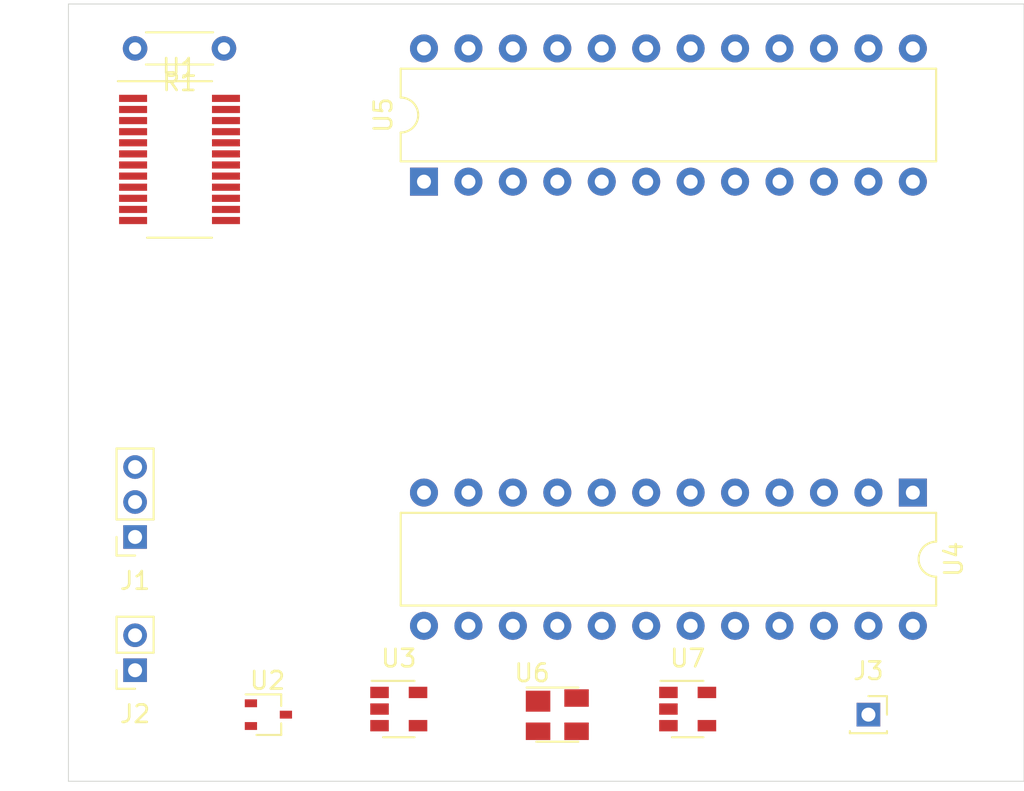
<source format=kicad_pcb>
(kicad_pcb (version 20171130) (host pcbnew "(5.1.6)-1")

  (general
    (thickness 1.6)
    (drawings 4)
    (tracks 0)
    (zones 0)
    (modules 11)
    (nets 48)
  )

  (page A4)
  (layers
    (0 F.Cu signal)
    (31 B.Cu signal)
    (32 B.Adhes user)
    (33 F.Adhes user)
    (34 B.Paste user)
    (35 F.Paste user)
    (36 B.SilkS user)
    (37 F.SilkS user)
    (38 B.Mask user)
    (39 F.Mask user)
    (40 Dwgs.User user)
    (41 Cmts.User user)
    (42 Eco1.User user)
    (43 Eco2.User user)
    (44 Edge.Cuts user)
    (45 Margin user)
    (46 B.CrtYd user)
    (47 F.CrtYd user)
    (48 B.Fab user)
    (49 F.Fab user)
  )

  (setup
    (last_trace_width 0.25)
    (trace_clearance 0.2)
    (zone_clearance 0.508)
    (zone_45_only no)
    (trace_min 0.2)
    (via_size 0.8)
    (via_drill 0.4)
    (via_min_size 0.4)
    (via_min_drill 0.3)
    (uvia_size 0.3)
    (uvia_drill 0.1)
    (uvias_allowed no)
    (uvia_min_size 0.2)
    (uvia_min_drill 0.1)
    (edge_width 0.05)
    (segment_width 0.2)
    (pcb_text_width 0.3)
    (pcb_text_size 1.5 1.5)
    (mod_edge_width 0.12)
    (mod_text_size 1 1)
    (mod_text_width 0.15)
    (pad_size 1.524 1.524)
    (pad_drill 0.762)
    (pad_to_mask_clearance 0.05)
    (aux_axis_origin 0 0)
    (visible_elements FFFFFF7F)
    (pcbplotparams
      (layerselection 0x010fc_ffffffff)
      (usegerberextensions false)
      (usegerberattributes true)
      (usegerberadvancedattributes true)
      (creategerberjobfile true)
      (excludeedgelayer true)
      (linewidth 0.100000)
      (plotframeref false)
      (viasonmask false)
      (mode 1)
      (useauxorigin false)
      (hpglpennumber 1)
      (hpglpenspeed 20)
      (hpglpendiameter 15.000000)
      (psnegative false)
      (psa4output false)
      (plotreference true)
      (plotvalue true)
      (plotinvisibletext false)
      (padsonsilk false)
      (subtractmaskfromsilk false)
      (outputformat 1)
      (mirror false)
      (drillshape 1)
      (scaleselection 1)
      (outputdirectory ""))
  )

  (net 0 "")
  (net 1 /LCK)
  (net 2 /SCL)
  (net 3 /SDA)
  (net 4 GND)
  (net 5 VCC)
  (net 6 /OUT)
  (net 7 "Net-(R1-Pad1)")
  (net 8 "Net-(U1-Pad17)")
  (net 9 "Net-(U1-Pad18)")
  (net 10 "Net-(U1-Pad8)")
  (net 11 "Net-(U1-Pad7)")
  (net 12 "Net-(U1-Pad20)")
  (net 13 "Net-(U1-Pad19)")
  (net 14 "Net-(U1-Pad6)")
  (net 15 "Net-(U1-Pad5)")
  (net 16 "Net-(U1-Pad4)")
  (net 17 "Net-(U1-Pad9)")
  (net 18 "Net-(U1-Pad10)")
  (net 19 "Net-(U1-Pad11)")
  (net 20 "Net-(U1-Pad12)")
  (net 21 "Net-(U1-Pad13)")
  (net 22 "Net-(U1-Pad14)")
  (net 23 "Net-(U1-Pad15)")
  (net 24 "Net-(U1-Pad16)")
  (net 25 "Net-(U1-Pad21)")
  (net 26 "Net-(U1-Pad22)")
  (net 27 "Net-(U2-Pad2)")
  (net 28 "Net-(U3-Pad4)")
  (net 29 "Net-(U3-Pad2)")
  (net 30 "Net-(U4-Pad14)")
  (net 31 "Net-(U4-Pad15)")
  (net 32 "Net-(U4-Pad16)")
  (net 33 "Net-(U4-Pad17)")
  (net 34 "Net-(U4-Pad18)")
  (net 35 "Net-(U4-Pad19)")
  (net 36 "Net-(U4-Pad20)")
  (net 37 "Net-(U4-Pad21)")
  (net 38 "Net-(U4-Pad22)")
  (net 39 "Net-(U5-Pad22)")
  (net 40 "Net-(U5-Pad21)")
  (net 41 "Net-(U5-Pad20)")
  (net 42 "Net-(U5-Pad19)")
  (net 43 "Net-(U5-Pad18)")
  (net 44 "Net-(U5-Pad17)")
  (net 45 "Net-(U5-Pad16)")
  (net 46 "Net-(U5-Pad15)")
  (net 47 "Net-(U6-Pad4)")

  (net_class Default "This is the default net class."
    (clearance 0.2)
    (trace_width 0.25)
    (via_dia 0.8)
    (via_drill 0.4)
    (uvia_dia 0.3)
    (uvia_drill 0.1)
    (add_net /LCK)
    (add_net /OUT)
    (add_net /SCL)
    (add_net /SDA)
    (add_net GND)
    (add_net "Net-(R1-Pad1)")
    (add_net "Net-(U1-Pad10)")
    (add_net "Net-(U1-Pad11)")
    (add_net "Net-(U1-Pad12)")
    (add_net "Net-(U1-Pad13)")
    (add_net "Net-(U1-Pad14)")
    (add_net "Net-(U1-Pad15)")
    (add_net "Net-(U1-Pad16)")
    (add_net "Net-(U1-Pad17)")
    (add_net "Net-(U1-Pad18)")
    (add_net "Net-(U1-Pad19)")
    (add_net "Net-(U1-Pad20)")
    (add_net "Net-(U1-Pad21)")
    (add_net "Net-(U1-Pad22)")
    (add_net "Net-(U1-Pad4)")
    (add_net "Net-(U1-Pad5)")
    (add_net "Net-(U1-Pad6)")
    (add_net "Net-(U1-Pad7)")
    (add_net "Net-(U1-Pad8)")
    (add_net "Net-(U1-Pad9)")
    (add_net "Net-(U2-Pad2)")
    (add_net "Net-(U3-Pad2)")
    (add_net "Net-(U3-Pad4)")
    (add_net "Net-(U4-Pad14)")
    (add_net "Net-(U4-Pad15)")
    (add_net "Net-(U4-Pad16)")
    (add_net "Net-(U4-Pad17)")
    (add_net "Net-(U4-Pad18)")
    (add_net "Net-(U4-Pad19)")
    (add_net "Net-(U4-Pad20)")
    (add_net "Net-(U4-Pad21)")
    (add_net "Net-(U4-Pad22)")
    (add_net "Net-(U5-Pad15)")
    (add_net "Net-(U5-Pad16)")
    (add_net "Net-(U5-Pad17)")
    (add_net "Net-(U5-Pad18)")
    (add_net "Net-(U5-Pad19)")
    (add_net "Net-(U5-Pad20)")
    (add_net "Net-(U5-Pad21)")
    (add_net "Net-(U5-Pad22)")
    (add_net "Net-(U6-Pad4)")
    (add_net VCC)
  )

  (module Connector_PinSocket_2.00mm:PinSocket_1x03_P2.00mm_Vertical (layer F.Cu) (tedit 5A19A42B) (tstamp 5F1D41C4)
    (at 139.7 91.44 180)
    (descr "Through hole straight socket strip, 1x03, 2.00mm pitch, single row (from Kicad 4.0.7), script generated")
    (tags "Through hole socket strip THT 1x03 2.00mm single row")
    (path /5F1A9676)
    (fp_text reference J1 (at 0 -2.5) (layer F.SilkS)
      (effects (font (size 1 1) (thickness 0.15)))
    )
    (fp_text value Conn_01x03_Female (at 0 6.5) (layer F.Fab)
      (effects (font (size 1 1) (thickness 0.15)))
    )
    (fp_line (start -1.5 5.5) (end -1.5 -1.5) (layer F.CrtYd) (width 0.05))
    (fp_line (start 1.5 5.5) (end -1.5 5.5) (layer F.CrtYd) (width 0.05))
    (fp_line (start 1.5 -1.5) (end 1.5 5.5) (layer F.CrtYd) (width 0.05))
    (fp_line (start -1.5 -1.5) (end 1.5 -1.5) (layer F.CrtYd) (width 0.05))
    (fp_line (start 0 -1.06) (end 1.06 -1.06) (layer F.SilkS) (width 0.12))
    (fp_line (start 1.06 -1.06) (end 1.06 0) (layer F.SilkS) (width 0.12))
    (fp_line (start 1.06 1) (end 1.06 5.06) (layer F.SilkS) (width 0.12))
    (fp_line (start -1.06 5.06) (end 1.06 5.06) (layer F.SilkS) (width 0.12))
    (fp_line (start -1.06 1) (end -1.06 5.06) (layer F.SilkS) (width 0.12))
    (fp_line (start -1.06 1) (end 1.06 1) (layer F.SilkS) (width 0.12))
    (fp_line (start -1 5) (end -1 -1) (layer F.Fab) (width 0.1))
    (fp_line (start 1 5) (end -1 5) (layer F.Fab) (width 0.1))
    (fp_line (start 1 -0.5) (end 1 5) (layer F.Fab) (width 0.1))
    (fp_line (start 0.5 -1) (end 1 -0.5) (layer F.Fab) (width 0.1))
    (fp_line (start -1 -1) (end 0.5 -1) (layer F.Fab) (width 0.1))
    (fp_text user %R (at 0 2 90) (layer F.Fab)
      (effects (font (size 1 1) (thickness 0.15)))
    )
    (pad 1 thru_hole rect (at 0 0 180) (size 1.35 1.35) (drill 0.8) (layers *.Cu *.Mask)
      (net 1 /LCK))
    (pad 2 thru_hole oval (at 0 2 180) (size 1.35 1.35) (drill 0.8) (layers *.Cu *.Mask)
      (net 2 /SCL))
    (pad 3 thru_hole oval (at 0 4 180) (size 1.35 1.35) (drill 0.8) (layers *.Cu *.Mask)
      (net 3 /SDA))
    (model ${KISYS3DMOD}/Connector_PinSocket_2.00mm.3dshapes/PinSocket_1x03_P2.00mm_Vertical.wrl
      (at (xyz 0 0 0))
      (scale (xyz 1 1 1))
      (rotate (xyz 0 0 0))
    )
  )

  (module Connector_PinSocket_2.00mm:PinSocket_1x02_P2.00mm_Vertical (layer F.Cu) (tedit 5A19A42F) (tstamp 5F1D41DA)
    (at 139.7 99.06 180)
    (descr "Through hole straight socket strip, 1x02, 2.00mm pitch, single row (from Kicad 4.0.7), script generated")
    (tags "Through hole socket strip THT 1x02 2.00mm single row")
    (path /5F1A2882)
    (fp_text reference J2 (at 0 -2.5) (layer F.SilkS)
      (effects (font (size 1 1) (thickness 0.15)))
    )
    (fp_text value Conn_01x02_Female (at 0 4.5) (layer F.Fab)
      (effects (font (size 1 1) (thickness 0.15)))
    )
    (fp_line (start -1.5 3.5) (end -1.5 -1.5) (layer F.CrtYd) (width 0.05))
    (fp_line (start 1.5 3.5) (end -1.5 3.5) (layer F.CrtYd) (width 0.05))
    (fp_line (start 1.5 -1.5) (end 1.5 3.5) (layer F.CrtYd) (width 0.05))
    (fp_line (start -1.5 -1.5) (end 1.5 -1.5) (layer F.CrtYd) (width 0.05))
    (fp_line (start 0 -1.06) (end 1.06 -1.06) (layer F.SilkS) (width 0.12))
    (fp_line (start 1.06 -1.06) (end 1.06 0) (layer F.SilkS) (width 0.12))
    (fp_line (start 1.06 1) (end 1.06 3.06) (layer F.SilkS) (width 0.12))
    (fp_line (start -1.06 3.06) (end 1.06 3.06) (layer F.SilkS) (width 0.12))
    (fp_line (start -1.06 1) (end -1.06 3.06) (layer F.SilkS) (width 0.12))
    (fp_line (start -1.06 1) (end 1.06 1) (layer F.SilkS) (width 0.12))
    (fp_line (start -1 3) (end -1 -1) (layer F.Fab) (width 0.1))
    (fp_line (start 1 3) (end -1 3) (layer F.Fab) (width 0.1))
    (fp_line (start 1 -0.5) (end 1 3) (layer F.Fab) (width 0.1))
    (fp_line (start 0.5 -1) (end 1 -0.5) (layer F.Fab) (width 0.1))
    (fp_line (start -1 -1) (end 0.5 -1) (layer F.Fab) (width 0.1))
    (fp_text user %R (at 0 1 90) (layer F.Fab)
      (effects (font (size 1 1) (thickness 0.15)))
    )
    (pad 1 thru_hole rect (at 0 0 180) (size 1.35 1.35) (drill 0.8) (layers *.Cu *.Mask)
      (net 4 GND))
    (pad 2 thru_hole oval (at 0 2 180) (size 1.35 1.35) (drill 0.8) (layers *.Cu *.Mask)
      (net 5 VCC))
    (model ${KISYS3DMOD}/Connector_PinSocket_2.00mm.3dshapes/PinSocket_1x02_P2.00mm_Vertical.wrl
      (at (xyz 0 0 0))
      (scale (xyz 1 1 1))
      (rotate (xyz 0 0 0))
    )
  )

  (module Connector_PinSocket_2.00mm:PinSocket_1x01_P2.00mm_Vertical (layer F.Cu) (tedit 5A19A430) (tstamp 5F1D41EE)
    (at 181.61 101.6)
    (descr "Through hole straight socket strip, 1x01, 2.00mm pitch, single row (from Kicad 4.0.7), script generated")
    (tags "Through hole socket strip THT 1x01 2.00mm single row")
    (path /5F1ADB6B)
    (fp_text reference J3 (at 0 -2.5) (layer F.SilkS)
      (effects (font (size 1 1) (thickness 0.15)))
    )
    (fp_text value Conn_01x01_Female (at 0 2.5) (layer F.Fab)
      (effects (font (size 1 1) (thickness 0.15)))
    )
    (fp_line (start -1.5 1.5) (end -1.5 -1.5) (layer F.CrtYd) (width 0.05))
    (fp_line (start 1.5 1.5) (end -1.5 1.5) (layer F.CrtYd) (width 0.05))
    (fp_line (start 1.5 -1.5) (end 1.5 1.5) (layer F.CrtYd) (width 0.05))
    (fp_line (start -1.5 -1.5) (end 1.5 -1.5) (layer F.CrtYd) (width 0.05))
    (fp_line (start 0 -1.06) (end 1.06 -1.06) (layer F.SilkS) (width 0.12))
    (fp_line (start 1.06 -1.06) (end 1.06 0) (layer F.SilkS) (width 0.12))
    (fp_line (start 1.06 0.94) (end 1.06 1.06) (layer F.SilkS) (width 0.12))
    (fp_line (start -1.06 0.94) (end -1.06 1.06) (layer F.SilkS) (width 0.12))
    (fp_line (start -1.06 1.06) (end 1.06 1.06) (layer F.SilkS) (width 0.12))
    (fp_line (start -1 1) (end -1 -1) (layer F.Fab) (width 0.1))
    (fp_line (start 1 1) (end -1 1) (layer F.Fab) (width 0.1))
    (fp_line (start 1 -0.5) (end 1 1) (layer F.Fab) (width 0.1))
    (fp_line (start 0.5 -1) (end 1 -0.5) (layer F.Fab) (width 0.1))
    (fp_line (start -1 -1) (end 0.5 -1) (layer F.Fab) (width 0.1))
    (fp_text user %R (at 0 0) (layer F.Fab)
      (effects (font (size 1 1) (thickness 0.15)))
    )
    (pad 1 thru_hole rect (at 0 0) (size 1.35 1.35) (drill 0.8) (layers *.Cu *.Mask)
      (net 6 /OUT))
    (model ${KISYS3DMOD}/Connector_PinSocket_2.00mm.3dshapes/PinSocket_1x01_P2.00mm_Vertical.wrl
      (at (xyz 0 0 0))
      (scale (xyz 1 1 1))
      (rotate (xyz 0 0 0))
    )
  )

  (module Resistor_THT:R_Axial_DIN0204_L3.6mm_D1.6mm_P5.08mm_Horizontal (layer F.Cu) (tedit 5AE5139B) (tstamp 5F1D4201)
    (at 144.78 63.5 180)
    (descr "Resistor, Axial_DIN0204 series, Axial, Horizontal, pin pitch=5.08mm, 0.167W, length*diameter=3.6*1.6mm^2, http://cdn-reichelt.de/documents/datenblatt/B400/1_4W%23YAG.pdf")
    (tags "Resistor Axial_DIN0204 series Axial Horizontal pin pitch 5.08mm 0.167W length 3.6mm diameter 1.6mm")
    (path /5F275882)
    (fp_text reference R1 (at 2.54 -1.92) (layer F.SilkS)
      (effects (font (size 1 1) (thickness 0.15)))
    )
    (fp_text value 1K (at 2.54 1.92) (layer F.Fab)
      (effects (font (size 1 1) (thickness 0.15)))
    )
    (fp_line (start 6.03 -1.05) (end -0.95 -1.05) (layer F.CrtYd) (width 0.05))
    (fp_line (start 6.03 1.05) (end 6.03 -1.05) (layer F.CrtYd) (width 0.05))
    (fp_line (start -0.95 1.05) (end 6.03 1.05) (layer F.CrtYd) (width 0.05))
    (fp_line (start -0.95 -1.05) (end -0.95 1.05) (layer F.CrtYd) (width 0.05))
    (fp_line (start 0.62 0.92) (end 4.46 0.92) (layer F.SilkS) (width 0.12))
    (fp_line (start 0.62 -0.92) (end 4.46 -0.92) (layer F.SilkS) (width 0.12))
    (fp_line (start 5.08 0) (end 4.34 0) (layer F.Fab) (width 0.1))
    (fp_line (start 0 0) (end 0.74 0) (layer F.Fab) (width 0.1))
    (fp_line (start 4.34 -0.8) (end 0.74 -0.8) (layer F.Fab) (width 0.1))
    (fp_line (start 4.34 0.8) (end 4.34 -0.8) (layer F.Fab) (width 0.1))
    (fp_line (start 0.74 0.8) (end 4.34 0.8) (layer F.Fab) (width 0.1))
    (fp_line (start 0.74 -0.8) (end 0.74 0.8) (layer F.Fab) (width 0.1))
    (fp_text user %R (at 2.54 0) (layer F.Fab)
      (effects (font (size 0.72 0.72) (thickness 0.108)))
    )
    (pad 1 thru_hole circle (at 0 0 180) (size 1.4 1.4) (drill 0.7) (layers *.Cu *.Mask)
      (net 7 "Net-(R1-Pad1)"))
    (pad 2 thru_hole oval (at 5.08 0 180) (size 1.4 1.4) (drill 0.7) (layers *.Cu *.Mask)
      (net 4 GND))
    (model ${KISYS3DMOD}/Resistor_THT.3dshapes/R_Axial_DIN0204_L3.6mm_D1.6mm_P5.08mm_Horizontal.wrl
      (at (xyz 0 0 0))
      (scale (xyz 1 1 1))
      (rotate (xyz 0 0 0))
    )
  )

  (module Package_SO:QSOP-24_3.9x8.7mm_P0.635mm (layer F.Cu) (tedit 5A0BBDC2) (tstamp 5F1D4229)
    (at 142.24 69.85)
    (descr "24-Lead Plastic Shrink Small Outline Narrow Body (QR)-.150\" Body [QSOP] (see Microchip Packaging Specification 00000049CH.pdf)")
    (tags "QSOP 0.635")
    (path /5F173294)
    (attr smd)
    (fp_text reference U1 (at 0 -5.25) (layer F.SilkS)
      (effects (font (size 1 1) (thickness 0.15)))
    )
    (fp_text value STP16CP05 (at 0 5.3) (layer F.Fab)
      (effects (font (size 1 1) (thickness 0.15)))
    )
    (fp_line (start -3.525 -4.475) (end 1.8586 -4.475) (layer F.SilkS) (width 0.12))
    (fp_line (start -1.8543 4.475) (end 1.8543 4.475) (layer F.SilkS) (width 0.12))
    (fp_line (start -3.71 4.6) (end 3.7 4.6) (layer F.CrtYd) (width 0.05))
    (fp_line (start -3.71 -4.6) (end 3.7 -4.6) (layer F.CrtYd) (width 0.05))
    (fp_line (start 3.7 -4.6) (end 3.7 4.6) (layer F.CrtYd) (width 0.05))
    (fp_line (start -3.71 -4.6) (end -3.71 4.6) (layer F.CrtYd) (width 0.05))
    (fp_line (start -1.95 -3.35) (end -0.95 -4.35) (layer F.Fab) (width 0.1))
    (fp_line (start -1.95 4.35) (end -1.95 -3.35) (layer F.Fab) (width 0.1))
    (fp_line (start 1.95 4.35) (end -1.95 4.35) (layer F.Fab) (width 0.1))
    (fp_line (start 1.95 -4.35) (end 1.95 4.35) (layer F.Fab) (width 0.1))
    (fp_line (start -0.95 -4.35) (end 1.95 -4.35) (layer F.Fab) (width 0.1))
    (fp_text user %R (at 0 0) (layer F.Fab)
      (effects (font (size 0.8 0.8) (thickness 0.08)))
    )
    (pad 17 smd rect (at 2.6543 0.9525) (size 1.6 0.41) (layers F.Cu F.Paste F.Mask)
      (net 8 "Net-(U1-Pad17)"))
    (pad 18 smd rect (at 2.6543 0.3175) (size 1.6 0.41) (layers F.Cu F.Paste F.Mask)
      (net 9 "Net-(U1-Pad18)"))
    (pad 8 smd rect (at -2.6543 0.9525) (size 1.6 0.41) (layers F.Cu F.Paste F.Mask)
      (net 10 "Net-(U1-Pad8)"))
    (pad 7 smd rect (at -2.6543 0.3175) (size 1.6 0.41) (layers F.Cu F.Paste F.Mask)
      (net 11 "Net-(U1-Pad7)"))
    (pad 20 smd rect (at 2.6543 -0.9525) (size 1.6 0.41) (layers F.Cu F.Paste F.Mask)
      (net 12 "Net-(U1-Pad20)"))
    (pad 19 smd rect (at 2.6543 -0.3175) (size 1.6 0.41) (layers F.Cu F.Paste F.Mask)
      (net 13 "Net-(U1-Pad19)"))
    (pad 6 smd rect (at -2.6543 -0.3175) (size 1.6 0.41) (layers F.Cu F.Paste F.Mask)
      (net 14 "Net-(U1-Pad6)"))
    (pad 5 smd rect (at -2.6543 -0.9525) (size 1.6 0.41) (layers F.Cu F.Paste F.Mask)
      (net 15 "Net-(U1-Pad5)"))
    (pad 1 smd rect (at -2.6543 -3.4925) (size 1.6 0.41) (layers F.Cu F.Paste F.Mask)
      (net 4 GND))
    (pad 2 smd rect (at -2.6543 -2.8575) (size 1.6 0.41) (layers F.Cu F.Paste F.Mask)
      (net 3 /SDA))
    (pad 3 smd rect (at -2.6543 -2.2225) (size 1.6 0.41) (layers F.Cu F.Paste F.Mask)
      (net 2 /SCL))
    (pad 4 smd rect (at -2.6543 -1.5875) (size 1.6 0.41) (layers F.Cu F.Paste F.Mask)
      (net 16 "Net-(U1-Pad4)"))
    (pad 9 smd rect (at -2.6543 1.5875) (size 1.6 0.41) (layers F.Cu F.Paste F.Mask)
      (net 17 "Net-(U1-Pad9)"))
    (pad 10 smd rect (at -2.6543 2.2225) (size 1.6 0.41) (layers F.Cu F.Paste F.Mask)
      (net 18 "Net-(U1-Pad10)"))
    (pad 11 smd rect (at -2.6543 2.8575) (size 1.6 0.41) (layers F.Cu F.Paste F.Mask)
      (net 19 "Net-(U1-Pad11)"))
    (pad 12 smd rect (at -2.6543 3.4925) (size 1.6 0.41) (layers F.Cu F.Paste F.Mask)
      (net 20 "Net-(U1-Pad12)"))
    (pad 13 smd rect (at 2.6543 3.4925) (size 1.6 0.41) (layers F.Cu F.Paste F.Mask)
      (net 21 "Net-(U1-Pad13)"))
    (pad 14 smd rect (at 2.6543 2.8575) (size 1.6 0.41) (layers F.Cu F.Paste F.Mask)
      (net 22 "Net-(U1-Pad14)"))
    (pad 15 smd rect (at 2.6543 2.2225) (size 1.6 0.41) (layers F.Cu F.Paste F.Mask)
      (net 23 "Net-(U1-Pad15)"))
    (pad 16 smd rect (at 2.6543 1.5875) (size 1.6 0.41) (layers F.Cu F.Paste F.Mask)
      (net 24 "Net-(U1-Pad16)"))
    (pad 21 smd rect (at 2.6543 -1.5875) (size 1.6 0.41) (layers F.Cu F.Paste F.Mask)
      (net 25 "Net-(U1-Pad21)"))
    (pad 22 smd rect (at 2.6543 -2.2225) (size 1.6 0.41) (layers F.Cu F.Paste F.Mask)
      (net 26 "Net-(U1-Pad22)"))
    (pad 23 smd rect (at 2.6543 -2.8575) (size 1.6 0.41) (layers F.Cu F.Paste F.Mask)
      (net 7 "Net-(R1-Pad1)"))
    (pad 24 smd rect (at 2.6543 -3.4925) (size 1.6 0.41) (layers F.Cu F.Paste F.Mask)
      (net 5 VCC))
    (model ${KISYS3DMOD}/Package_SO.3dshapes/QSOP-24_3.9x8.7mm_P0.635mm.wrl
      (at (xyz 0 0 0))
      (scale (xyz 1 1 1))
      (rotate (xyz 0 0 0))
    )
  )

  (module Package_TO_SOT_SMD:SOT-323_SC-70 (layer F.Cu) (tedit 5A02FF57) (tstamp 5F1D423E)
    (at 147.32 101.6)
    (descr "SOT-323, SC-70")
    (tags "SOT-323 SC-70")
    (path /5F196CE0)
    (attr smd)
    (fp_text reference U2 (at -0.05 -1.95) (layer F.SilkS)
      (effects (font (size 1 1) (thickness 0.15)))
    )
    (fp_text value MAX7375AXR105 (at -0.05 2.05) (layer F.Fab)
      (effects (font (size 1 1) (thickness 0.15)))
    )
    (fp_text user %R (at 0 0 90) (layer F.Fab)
      (effects (font (size 0.5 0.5) (thickness 0.075)))
    )
    (fp_line (start 0.73 0.5) (end 0.73 1.16) (layer F.SilkS) (width 0.12))
    (fp_line (start 0.73 -1.16) (end 0.73 -0.5) (layer F.SilkS) (width 0.12))
    (fp_line (start 1.7 1.3) (end -1.7 1.3) (layer F.CrtYd) (width 0.05))
    (fp_line (start 1.7 -1.3) (end 1.7 1.3) (layer F.CrtYd) (width 0.05))
    (fp_line (start -1.7 -1.3) (end 1.7 -1.3) (layer F.CrtYd) (width 0.05))
    (fp_line (start -1.7 1.3) (end -1.7 -1.3) (layer F.CrtYd) (width 0.05))
    (fp_line (start 0.73 -1.16) (end -1.3 -1.16) (layer F.SilkS) (width 0.12))
    (fp_line (start -0.68 1.16) (end 0.73 1.16) (layer F.SilkS) (width 0.12))
    (fp_line (start 0.67 -1.1) (end -0.18 -1.1) (layer F.Fab) (width 0.1))
    (fp_line (start -0.68 -0.6) (end -0.68 1.1) (layer F.Fab) (width 0.1))
    (fp_line (start 0.67 -1.1) (end 0.67 1.1) (layer F.Fab) (width 0.1))
    (fp_line (start 0.67 1.1) (end -0.68 1.1) (layer F.Fab) (width 0.1))
    (fp_line (start -0.18 -1.1) (end -0.68 -0.6) (layer F.Fab) (width 0.1))
    (pad 3 smd rect (at 1 0 270) (size 0.45 0.7) (layers F.Cu F.Paste F.Mask)
      (net 4 GND))
    (pad 2 smd rect (at -1 0.65 270) (size 0.45 0.7) (layers F.Cu F.Paste F.Mask)
      (net 27 "Net-(U2-Pad2)"))
    (pad 1 smd rect (at -1 -0.65 270) (size 0.45 0.7) (layers F.Cu F.Paste F.Mask)
      (net 5 VCC))
    (model ${KISYS3DMOD}/Package_TO_SOT_SMD.3dshapes/SOT-323_SC-70.wrl
      (at (xyz 0 0 0))
      (scale (xyz 1 1 1))
      (rotate (xyz 0 0 0))
    )
  )

  (module Package_TO_SOT_SMD:SOT-23-5 (layer F.Cu) (tedit 5A02FF57) (tstamp 5F1D4253)
    (at 154.77 101.28)
    (descr "5-pin SOT23 package")
    (tags SOT-23-5)
    (path /5F273562)
    (attr smd)
    (fp_text reference U3 (at 0 -2.9) (layer F.SilkS)
      (effects (font (size 1 1) (thickness 0.15)))
    )
    (fp_text value 74AHC1G02 (at 0 2.9) (layer F.Fab)
      (effects (font (size 1 1) (thickness 0.15)))
    )
    (fp_text user %R (at 0 0 90) (layer F.Fab)
      (effects (font (size 0.5 0.5) (thickness 0.075)))
    )
    (fp_line (start -0.9 1.61) (end 0.9 1.61) (layer F.SilkS) (width 0.12))
    (fp_line (start 0.9 -1.61) (end -1.55 -1.61) (layer F.SilkS) (width 0.12))
    (fp_line (start -1.9 -1.8) (end 1.9 -1.8) (layer F.CrtYd) (width 0.05))
    (fp_line (start 1.9 -1.8) (end 1.9 1.8) (layer F.CrtYd) (width 0.05))
    (fp_line (start 1.9 1.8) (end -1.9 1.8) (layer F.CrtYd) (width 0.05))
    (fp_line (start -1.9 1.8) (end -1.9 -1.8) (layer F.CrtYd) (width 0.05))
    (fp_line (start -0.9 -0.9) (end -0.25 -1.55) (layer F.Fab) (width 0.1))
    (fp_line (start 0.9 -1.55) (end -0.25 -1.55) (layer F.Fab) (width 0.1))
    (fp_line (start -0.9 -0.9) (end -0.9 1.55) (layer F.Fab) (width 0.1))
    (fp_line (start 0.9 1.55) (end -0.9 1.55) (layer F.Fab) (width 0.1))
    (fp_line (start 0.9 -1.55) (end 0.9 1.55) (layer F.Fab) (width 0.1))
    (pad 5 smd rect (at 1.1 -0.95) (size 1.06 0.65) (layers F.Cu F.Paste F.Mask)
      (net 5 VCC))
    (pad 4 smd rect (at 1.1 0.95) (size 1.06 0.65) (layers F.Cu F.Paste F.Mask)
      (net 28 "Net-(U3-Pad4)"))
    (pad 3 smd rect (at -1.1 0.95) (size 1.06 0.65) (layers F.Cu F.Paste F.Mask)
      (net 4 GND))
    (pad 2 smd rect (at -1.1 0) (size 1.06 0.65) (layers F.Cu F.Paste F.Mask)
      (net 29 "Net-(U3-Pad2)"))
    (pad 1 smd rect (at -1.1 -0.95) (size 1.06 0.65) (layers F.Cu F.Paste F.Mask)
      (net 1 /LCK))
    (model ${KISYS3DMOD}/Package_TO_SOT_SMD.3dshapes/SOT-23-5.wrl
      (at (xyz 0 0 0))
      (scale (xyz 1 1 1))
      (rotate (xyz 0 0 0))
    )
  )

  (module Package_DIP:DIP-24_W7.62mm (layer F.Cu) (tedit 5A02E8C5) (tstamp 5F1D427F)
    (at 184.15 88.9 270)
    (descr "24-lead though-hole mounted DIP package, row spacing 7.62 mm (300 mils)")
    (tags "THT DIP DIL PDIP 2.54mm 7.62mm 300mil")
    (path /5F187F57)
    (fp_text reference U4 (at 3.81 -2.33 90) (layer F.SilkS)
      (effects (font (size 1 1) (thickness 0.15)))
    )
    (fp_text value 74469 (at 3.81 30.27 90) (layer F.Fab)
      (effects (font (size 1 1) (thickness 0.15)))
    )
    (fp_line (start 8.7 -1.55) (end -1.1 -1.55) (layer F.CrtYd) (width 0.05))
    (fp_line (start 8.7 29.5) (end 8.7 -1.55) (layer F.CrtYd) (width 0.05))
    (fp_line (start -1.1 29.5) (end 8.7 29.5) (layer F.CrtYd) (width 0.05))
    (fp_line (start -1.1 -1.55) (end -1.1 29.5) (layer F.CrtYd) (width 0.05))
    (fp_line (start 6.46 -1.33) (end 4.81 -1.33) (layer F.SilkS) (width 0.12))
    (fp_line (start 6.46 29.27) (end 6.46 -1.33) (layer F.SilkS) (width 0.12))
    (fp_line (start 1.16 29.27) (end 6.46 29.27) (layer F.SilkS) (width 0.12))
    (fp_line (start 1.16 -1.33) (end 1.16 29.27) (layer F.SilkS) (width 0.12))
    (fp_line (start 2.81 -1.33) (end 1.16 -1.33) (layer F.SilkS) (width 0.12))
    (fp_line (start 0.635 -0.27) (end 1.635 -1.27) (layer F.Fab) (width 0.1))
    (fp_line (start 0.635 29.21) (end 0.635 -0.27) (layer F.Fab) (width 0.1))
    (fp_line (start 6.985 29.21) (end 0.635 29.21) (layer F.Fab) (width 0.1))
    (fp_line (start 6.985 -1.27) (end 6.985 29.21) (layer F.Fab) (width 0.1))
    (fp_line (start 1.635 -1.27) (end 6.985 -1.27) (layer F.Fab) (width 0.1))
    (fp_arc (start 3.81 -1.33) (end 2.81 -1.33) (angle -180) (layer F.SilkS) (width 0.12))
    (fp_text user %R (at 3.81 13.97 90) (layer F.Fab)
      (effects (font (size 1 1) (thickness 0.15)))
    )
    (pad 1 thru_hole rect (at 0 0 270) (size 1.6 1.6) (drill 0.8) (layers *.Cu *.Mask)
      (net 27 "Net-(U2-Pad2)"))
    (pad 13 thru_hole oval (at 7.62 27.94 270) (size 1.6 1.6) (drill 0.8) (layers *.Cu *.Mask)
      (net 4 GND))
    (pad 2 thru_hole oval (at 0 2.54 270) (size 1.6 1.6) (drill 0.8) (layers *.Cu *.Mask)
      (net 28 "Net-(U3-Pad4)"))
    (pad 14 thru_hole oval (at 7.62 25.4 270) (size 1.6 1.6) (drill 0.8) (layers *.Cu *.Mask)
      (net 30 "Net-(U4-Pad14)"))
    (pad 3 thru_hole oval (at 0 5.08 270) (size 1.6 1.6) (drill 0.8) (layers *.Cu *.Mask)
      (net 15 "Net-(U1-Pad5)"))
    (pad 15 thru_hole oval (at 7.62 22.86 270) (size 1.6 1.6) (drill 0.8) (layers *.Cu *.Mask)
      (net 31 "Net-(U4-Pad15)"))
    (pad 4 thru_hole oval (at 0 7.62 270) (size 1.6 1.6) (drill 0.8) (layers *.Cu *.Mask)
      (net 14 "Net-(U1-Pad6)"))
    (pad 16 thru_hole oval (at 7.62 20.32 270) (size 1.6 1.6) (drill 0.8) (layers *.Cu *.Mask)
      (net 32 "Net-(U4-Pad16)"))
    (pad 5 thru_hole oval (at 0 10.16 270) (size 1.6 1.6) (drill 0.8) (layers *.Cu *.Mask)
      (net 11 "Net-(U1-Pad7)"))
    (pad 17 thru_hole oval (at 7.62 17.78 270) (size 1.6 1.6) (drill 0.8) (layers *.Cu *.Mask)
      (net 33 "Net-(U4-Pad17)"))
    (pad 6 thru_hole oval (at 0 12.7 270) (size 1.6 1.6) (drill 0.8) (layers *.Cu *.Mask)
      (net 10 "Net-(U1-Pad8)"))
    (pad 18 thru_hole oval (at 7.62 15.24 270) (size 1.6 1.6) (drill 0.8) (layers *.Cu *.Mask)
      (net 34 "Net-(U4-Pad18)"))
    (pad 7 thru_hole oval (at 0 15.24 270) (size 1.6 1.6) (drill 0.8) (layers *.Cu *.Mask)
      (net 17 "Net-(U1-Pad9)"))
    (pad 19 thru_hole oval (at 7.62 12.7 270) (size 1.6 1.6) (drill 0.8) (layers *.Cu *.Mask)
      (net 35 "Net-(U4-Pad19)"))
    (pad 8 thru_hole oval (at 0 17.78 270) (size 1.6 1.6) (drill 0.8) (layers *.Cu *.Mask)
      (net 18 "Net-(U1-Pad10)"))
    (pad 20 thru_hole oval (at 7.62 10.16 270) (size 1.6 1.6) (drill 0.8) (layers *.Cu *.Mask)
      (net 36 "Net-(U4-Pad20)"))
    (pad 9 thru_hole oval (at 0 20.32 270) (size 1.6 1.6) (drill 0.8) (layers *.Cu *.Mask)
      (net 19 "Net-(U1-Pad11)"))
    (pad 21 thru_hole oval (at 7.62 7.62 270) (size 1.6 1.6) (drill 0.8) (layers *.Cu *.Mask)
      (net 37 "Net-(U4-Pad21)"))
    (pad 10 thru_hole oval (at 0 22.86 270) (size 1.6 1.6) (drill 0.8) (layers *.Cu *.Mask)
      (net 20 "Net-(U1-Pad12)"))
    (pad 22 thru_hole oval (at 7.62 5.08 270) (size 1.6 1.6) (drill 0.8) (layers *.Cu *.Mask)
      (net 38 "Net-(U4-Pad22)"))
    (pad 11 thru_hole oval (at 0 25.4 270) (size 1.6 1.6) (drill 0.8) (layers *.Cu *.Mask)
      (net 4 GND))
    (pad 23 thru_hole oval (at 7.62 2.54 270) (size 1.6 1.6) (drill 0.8) (layers *.Cu *.Mask)
      (net 4 GND))
    (pad 12 thru_hole oval (at 0 27.94 270) (size 1.6 1.6) (drill 0.8) (layers *.Cu *.Mask)
      (net 4 GND))
    (pad 24 thru_hole oval (at 7.62 0 270) (size 1.6 1.6) (drill 0.8) (layers *.Cu *.Mask)
      (net 5 VCC))
    (model ${KISYS3DMOD}/Package_DIP.3dshapes/DIP-24_W7.62mm.wrl
      (at (xyz 0 0 0))
      (scale (xyz 1 1 1))
      (rotate (xyz 0 0 0))
    )
  )

  (module Package_DIP:DIP-24_W7.62mm (layer F.Cu) (tedit 5A02E8C5) (tstamp 5F1D42AB)
    (at 156.21 71.12 90)
    (descr "24-lead though-hole mounted DIP package, row spacing 7.62 mm (300 mils)")
    (tags "THT DIP DIL PDIP 2.54mm 7.62mm 300mil")
    (path /5F18E56A)
    (fp_text reference U5 (at 3.81 -2.33 90) (layer F.SilkS)
      (effects (font (size 1 1) (thickness 0.15)))
    )
    (fp_text value 74469 (at 3.81 30.27 90) (layer F.Fab)
      (effects (font (size 1 1) (thickness 0.15)))
    )
    (fp_text user %R (at 3.81 11.43 90) (layer F.Fab)
      (effects (font (size 1 1) (thickness 0.15)))
    )
    (fp_arc (start 3.81 -1.33) (end 2.81 -1.33) (angle -180) (layer F.SilkS) (width 0.12))
    (fp_line (start 1.635 -1.27) (end 6.985 -1.27) (layer F.Fab) (width 0.1))
    (fp_line (start 6.985 -1.27) (end 6.985 29.21) (layer F.Fab) (width 0.1))
    (fp_line (start 6.985 29.21) (end 0.635 29.21) (layer F.Fab) (width 0.1))
    (fp_line (start 0.635 29.21) (end 0.635 -0.27) (layer F.Fab) (width 0.1))
    (fp_line (start 0.635 -0.27) (end 1.635 -1.27) (layer F.Fab) (width 0.1))
    (fp_line (start 2.81 -1.33) (end 1.16 -1.33) (layer F.SilkS) (width 0.12))
    (fp_line (start 1.16 -1.33) (end 1.16 29.27) (layer F.SilkS) (width 0.12))
    (fp_line (start 1.16 29.27) (end 6.46 29.27) (layer F.SilkS) (width 0.12))
    (fp_line (start 6.46 29.27) (end 6.46 -1.33) (layer F.SilkS) (width 0.12))
    (fp_line (start 6.46 -1.33) (end 4.81 -1.33) (layer F.SilkS) (width 0.12))
    (fp_line (start -1.1 -1.55) (end -1.1 29.5) (layer F.CrtYd) (width 0.05))
    (fp_line (start -1.1 29.5) (end 8.7 29.5) (layer F.CrtYd) (width 0.05))
    (fp_line (start 8.7 29.5) (end 8.7 -1.55) (layer F.CrtYd) (width 0.05))
    (fp_line (start 8.7 -1.55) (end -1.1 -1.55) (layer F.CrtYd) (width 0.05))
    (pad 24 thru_hole oval (at 7.62 0 90) (size 1.6 1.6) (drill 0.8) (layers *.Cu *.Mask)
      (net 5 VCC))
    (pad 12 thru_hole oval (at 0 27.94 90) (size 1.6 1.6) (drill 0.8) (layers *.Cu *.Mask)
      (net 4 GND))
    (pad 23 thru_hole oval (at 7.62 2.54 90) (size 1.6 1.6) (drill 0.8) (layers *.Cu *.Mask)
      (net 30 "Net-(U4-Pad14)"))
    (pad 11 thru_hole oval (at 0 25.4 90) (size 1.6 1.6) (drill 0.8) (layers *.Cu *.Mask)
      (net 4 GND))
    (pad 22 thru_hole oval (at 7.62 5.08 90) (size 1.6 1.6) (drill 0.8) (layers *.Cu *.Mask)
      (net 39 "Net-(U5-Pad22)"))
    (pad 10 thru_hole oval (at 0 22.86 90) (size 1.6 1.6) (drill 0.8) (layers *.Cu *.Mask)
      (net 12 "Net-(U1-Pad20)"))
    (pad 21 thru_hole oval (at 7.62 7.62 90) (size 1.6 1.6) (drill 0.8) (layers *.Cu *.Mask)
      (net 40 "Net-(U5-Pad21)"))
    (pad 9 thru_hole oval (at 0 20.32 90) (size 1.6 1.6) (drill 0.8) (layers *.Cu *.Mask)
      (net 13 "Net-(U1-Pad19)"))
    (pad 20 thru_hole oval (at 7.62 10.16 90) (size 1.6 1.6) (drill 0.8) (layers *.Cu *.Mask)
      (net 41 "Net-(U5-Pad20)"))
    (pad 8 thru_hole oval (at 0 17.78 90) (size 1.6 1.6) (drill 0.8) (layers *.Cu *.Mask)
      (net 9 "Net-(U1-Pad18)"))
    (pad 19 thru_hole oval (at 7.62 12.7 90) (size 1.6 1.6) (drill 0.8) (layers *.Cu *.Mask)
      (net 42 "Net-(U5-Pad19)"))
    (pad 7 thru_hole oval (at 0 15.24 90) (size 1.6 1.6) (drill 0.8) (layers *.Cu *.Mask)
      (net 8 "Net-(U1-Pad17)"))
    (pad 18 thru_hole oval (at 7.62 15.24 90) (size 1.6 1.6) (drill 0.8) (layers *.Cu *.Mask)
      (net 43 "Net-(U5-Pad18)"))
    (pad 6 thru_hole oval (at 0 12.7 90) (size 1.6 1.6) (drill 0.8) (layers *.Cu *.Mask)
      (net 24 "Net-(U1-Pad16)"))
    (pad 17 thru_hole oval (at 7.62 17.78 90) (size 1.6 1.6) (drill 0.8) (layers *.Cu *.Mask)
      (net 44 "Net-(U5-Pad17)"))
    (pad 5 thru_hole oval (at 0 10.16 90) (size 1.6 1.6) (drill 0.8) (layers *.Cu *.Mask)
      (net 23 "Net-(U1-Pad15)"))
    (pad 16 thru_hole oval (at 7.62 20.32 90) (size 1.6 1.6) (drill 0.8) (layers *.Cu *.Mask)
      (net 45 "Net-(U5-Pad16)"))
    (pad 4 thru_hole oval (at 0 7.62 90) (size 1.6 1.6) (drill 0.8) (layers *.Cu *.Mask)
      (net 22 "Net-(U1-Pad14)"))
    (pad 15 thru_hole oval (at 7.62 22.86 90) (size 1.6 1.6) (drill 0.8) (layers *.Cu *.Mask)
      (net 46 "Net-(U5-Pad15)"))
    (pad 3 thru_hole oval (at 0 5.08 90) (size 1.6 1.6) (drill 0.8) (layers *.Cu *.Mask)
      (net 21 "Net-(U1-Pad13)"))
    (pad 14 thru_hole oval (at 7.62 25.4 90) (size 1.6 1.6) (drill 0.8) (layers *.Cu *.Mask)
      (net 29 "Net-(U3-Pad2)"))
    (pad 2 thru_hole oval (at 0 2.54 90) (size 1.6 1.6) (drill 0.8) (layers *.Cu *.Mask)
      (net 28 "Net-(U3-Pad4)"))
    (pad 13 thru_hole oval (at 7.62 27.94 90) (size 1.6 1.6) (drill 0.8) (layers *.Cu *.Mask)
      (net 4 GND))
    (pad 1 thru_hole rect (at 0 0 90) (size 1.6 1.6) (drill 0.8) (layers *.Cu *.Mask)
      (net 27 "Net-(U2-Pad2)"))
    (model ${KISYS3DMOD}/Package_DIP.3dshapes/DIP-24_W7.62mm.wrl
      (at (xyz 0 0 0))
      (scale (xyz 1 1 1))
      (rotate (xyz 0 0 0))
    )
  )

  (module Package_TO_SOT_SMD:SOT-143 (layer F.Cu) (tedit 5A02FF57) (tstamp 5F1D42BF)
    (at 163.83 101.6)
    (descr SOT-143)
    (tags SOT-143)
    (path /5F1FE5AC)
    (attr smd)
    (fp_text reference U6 (at -1.44 -2.38) (layer F.SilkS)
      (effects (font (size 1 1) (thickness 0.15)))
    )
    (fp_text value 74AHC1G04 (at -0.28 2.48) (layer F.Fab)
      (effects (font (size 1 1) (thickness 0.15)))
    )
    (fp_line (start -2.05 1.75) (end -2.05 -1.75) (layer F.CrtYd) (width 0.05))
    (fp_line (start -2.05 1.75) (end 2.05 1.75) (layer F.CrtYd) (width 0.05))
    (fp_line (start 2.05 -1.75) (end -2.05 -1.75) (layer F.CrtYd) (width 0.05))
    (fp_line (start 2.05 -1.75) (end 2.05 1.75) (layer F.CrtYd) (width 0.05))
    (fp_line (start 1.2 -1.5) (end 1.2 1.5) (layer F.Fab) (width 0.1))
    (fp_line (start 1.2 1.5) (end -1.2 1.5) (layer F.Fab) (width 0.1))
    (fp_line (start -1.2 1.5) (end -1.2 -1) (layer F.Fab) (width 0.1))
    (fp_line (start -0.7 -1.5) (end 1.2 -1.5) (layer F.Fab) (width 0.1))
    (fp_line (start -1.2 -1) (end -0.7 -1.5) (layer F.Fab) (width 0.1))
    (fp_line (start 1.2 -1.55) (end -1.75 -1.55) (layer F.SilkS) (width 0.12))
    (fp_line (start -1.2 1.55) (end 1.2 1.55) (layer F.SilkS) (width 0.12))
    (fp_text user %R (at 1.27 3.81 90) (layer F.Fab)
      (effects (font (size 0.5 0.5) (thickness 0.075)))
    )
    (pad 1 smd rect (at -1.1 -0.77 270) (size 1.2 1.4) (layers F.Cu F.Paste F.Mask))
    (pad 2 smd rect (at -1.1 0.95 270) (size 1 1.4) (layers F.Cu F.Paste F.Mask)
      (net 1 /LCK))
    (pad 3 smd rect (at 1.1 0.95 270) (size 1 1.4) (layers F.Cu F.Paste F.Mask)
      (net 4 GND))
    (pad 4 smd rect (at 1.1 -0.95 270) (size 1 1.4) (layers F.Cu F.Paste F.Mask)
      (net 47 "Net-(U6-Pad4)"))
    (model ${KISYS3DMOD}/Package_TO_SOT_SMD.3dshapes/SOT-143.wrl
      (at (xyz 0 0 0))
      (scale (xyz 1 1 1))
      (rotate (xyz 0 0 0))
    )
  )

  (module Package_TO_SOT_SMD:SOT-23-5 (layer F.Cu) (tedit 5A02FF57) (tstamp 5F1D42D4)
    (at 171.28 101.28)
    (descr "5-pin SOT23 package")
    (tags SOT-23-5)
    (path /5F1BC4E1)
    (attr smd)
    (fp_text reference U7 (at 0 -2.9) (layer F.SilkS)
      (effects (font (size 1 1) (thickness 0.15)))
    )
    (fp_text value 74AUC1G08 (at 0 2.9) (layer F.Fab)
      (effects (font (size 1 1) (thickness 0.15)))
    )
    (fp_line (start 0.9 -1.55) (end 0.9 1.55) (layer F.Fab) (width 0.1))
    (fp_line (start 0.9 1.55) (end -0.9 1.55) (layer F.Fab) (width 0.1))
    (fp_line (start -0.9 -0.9) (end -0.9 1.55) (layer F.Fab) (width 0.1))
    (fp_line (start 0.9 -1.55) (end -0.25 -1.55) (layer F.Fab) (width 0.1))
    (fp_line (start -0.9 -0.9) (end -0.25 -1.55) (layer F.Fab) (width 0.1))
    (fp_line (start -1.9 1.8) (end -1.9 -1.8) (layer F.CrtYd) (width 0.05))
    (fp_line (start 1.9 1.8) (end -1.9 1.8) (layer F.CrtYd) (width 0.05))
    (fp_line (start 1.9 -1.8) (end 1.9 1.8) (layer F.CrtYd) (width 0.05))
    (fp_line (start -1.9 -1.8) (end 1.9 -1.8) (layer F.CrtYd) (width 0.05))
    (fp_line (start 0.9 -1.61) (end -1.55 -1.61) (layer F.SilkS) (width 0.12))
    (fp_line (start -0.9 1.61) (end 0.9 1.61) (layer F.SilkS) (width 0.12))
    (fp_text user %R (at 0 0 90) (layer F.Fab)
      (effects (font (size 0.5 0.5) (thickness 0.075)))
    )
    (pad 1 smd rect (at -1.1 -0.95) (size 1.06 0.65) (layers F.Cu F.Paste F.Mask)
      (net 29 "Net-(U3-Pad2)"))
    (pad 2 smd rect (at -1.1 0) (size 1.06 0.65) (layers F.Cu F.Paste F.Mask)
      (net 47 "Net-(U6-Pad4)"))
    (pad 3 smd rect (at -1.1 0.95) (size 1.06 0.65) (layers F.Cu F.Paste F.Mask)
      (net 4 GND))
    (pad 4 smd rect (at 1.1 0.95) (size 1.06 0.65) (layers F.Cu F.Paste F.Mask)
      (net 6 /OUT))
    (pad 5 smd rect (at 1.1 -0.95) (size 1.06 0.65) (layers F.Cu F.Paste F.Mask)
      (net 5 VCC))
    (model ${KISYS3DMOD}/Package_TO_SOT_SMD.3dshapes/SOT-23-5.wrl
      (at (xyz 0 0 0))
      (scale (xyz 1 1 1))
      (rotate (xyz 0 0 0))
    )
  )

  (gr_line (start 135.89 60.96) (end 190.5 60.96) (layer Edge.Cuts) (width 0.05))
  (gr_line (start 135.89 105.41) (end 135.89 60.96) (layer Edge.Cuts) (width 0.05))
  (gr_line (start 190.5 105.41) (end 135.89 105.41) (layer Edge.Cuts) (width 0.05))
  (gr_line (start 190.5 60.96) (end 190.5 105.41) (layer Edge.Cuts) (width 0.05))

)

</source>
